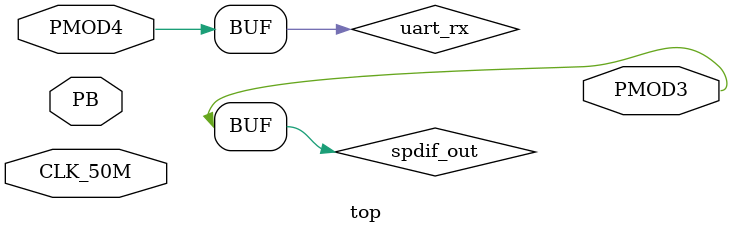
<source format=v>

module top (
    input            CLK_50M,
    input      [0:0] PB,      // UART rx
    input      [0:0] PMOD4,   // UART rx
    output     [0:0] PMOD3    // SPDIF out
);

    wire uart_rx;
    assign PMOD4[0] = uart_rx;

    wire spdif_out;
    assign PMOD3[0] = spdif_out;

    wire clk;
    wire reset_n = clk_valid & PB[0];

    clk_gen_100M clk_gen
    (
        .clk_in_50M(CLK_50M), 
        .clk_out_100M(clk), 
        .CLK_VALID(clk_valid)
    );



/*
    `include "globals.vh"

    parameter ADDR_WIDTH = 32;
    parameter DATA_WIDTH = 32;
    parameter CLK_PER    = 20;

    wire reset_n;
    wire reset = !reset_n;
    
    wire clk;

    // Wishbone Master signals
    wire [ADDR_WIDTH-1:0] ctrl_wbm_address;
    wire [DATA_WIDTH-1:0] ctrl_wbm_writedata;
    wire [DATA_WIDTH-1:0] ctrl_wbm_readdata;
    wire                  ctrl_wbm_strobe;
    wire                  ctrl_wbm_cycle;
    wire                  ctrl_wbm_write;
    wire                  ctrl_wbm_ack;

    wire [ADDR_WIDTH-1:0] ldrv_wbm_address;
    wire [DATA_WIDTH-1:0] ldrv_wbm_writedata;
    wire [DATA_WIDTH-1:0] ldrv_wbm_readdata;
    wire                  ldrv_wbm_strobe;
    wire                  ldrv_wbm_cycle;
    wire                  ldrv_wbm_write;
    wire                  ldrv_wbm_ack;

    wire [ADDR_WIDTH-1:0] bupd_wbm_address;
    wire [DATA_WIDTH-1:0] bupd_wbm_writedata;
    wire [DATA_WIDTH-1:0] bupd_wbm_readdata;
    wire                  bupd_wbm_strobe;
    wire                  bupd_wbm_cycle;
    wire                  bupd_wbm_write;
    wire                  bupd_wbm_ack;

    wire [ADDR_WIDTH-1:0] imgd_wbm_address;
    wire [DATA_WIDTH-1:0] imgd_wbm_writedata;
    wire [DATA_WIDTH-1:0] imgd_wbm_readdata;
    wire                  imgd_wbm_strobe;
    wire                  imgd_wbm_cycle;
    wire                  imgd_wbm_write;
    wire                  imgd_wbm_ack;

    wire [ADDR_WIDTH-1:0] imgr_wbm_address;
    wire [DATA_WIDTH-1:0] imgr_wbm_writedata;
    wire [DATA_WIDTH-1:0] imgr_wbm_readdata;
    wire                  imgr_wbm_strobe;
    wire                  imgr_wbm_cycle;
    wire                  imgr_wbm_write;
    wire                  imgr_wbm_ack;


    // Wishbone Slave signals
    wire [ADDR_WIDTH-1:0] spi_wbs_address;
    wire [DATA_WIDTH-1:0] spi_wbs_writedata;
    wire [DATA_WIDTH-1:0] spi_wbs_readdata;
    wire                  spi_wbs_strobe;
    wire                  spi_wbs_cycle;
    wire                  spi_wbs_write;
    wire                  spi_wbs_ack;

    wire [ADDR_WIDTH-1:0] bmgr_wbs_address;
    wire [DATA_WIDTH-1:0] bmgr_wbs_writedata;
    wire [DATA_WIDTH-1:0] bmgr_wbs_readdata;
    wire                  bmgr_wbs_strobe;
    wire                  bmgr_wbs_cycle;
    wire                  bmgr_wbs_write;
    wire                  bmgr_wbs_ack;

    wire [ADDR_WIDTH-1:0] mem_wbs_address;
    wire [DATA_WIDTH-1:0] mem_wbs_writedata;
    wire [DATA_WIDTH-1:0] mem_wbs_readdata;
    wire                  mem_wbs_strobe;
    wire                  mem_wbs_cycle;
    wire                  mem_wbs_write;
    wire                  mem_wbs_ack;

    // Spi signals
    wire                  spi_done;

    // Spi image receiver signals
    wire [DATA_WIDTH-1:0] img_buf_id;
    wire                  img_rcvd;

    // Image display signals
    wire                  display_image;
    wire [DATA_WIDTH-1:0] display_image_buf_id;
    wire                  display_image_done;

    // Bufer updater signals
    //wire [DATA_WIDTH-1:0] update_buf_id;
    //wire                  update_buf;
    //wire                  buf_updated;

    // Led driver signals
    wire [DATA_WIDTH-1:0] led_tx_buf_id;
    wire                  led_tx;
    wire                  led_tx_done;
    wire                  led_data_out;

    assign PMOD4 = led_data_out;

    wb_nic #(ADDR_WIDTH, DATA_WIDTH) wb_nic
    (
        .reset(reset),
        .clk(clk),

        .ctrl_wbm_address(ctrl_wbm_address),
        .ctrl_wbm_writedata(ctrl_wbm_writedata),
        .ctrl_wbm_readdata(ctrl_wbm_readdata),
        .ctrl_wbm_strobe(ctrl_wbm_strobe),
        .ctrl_wbm_cycle(ctrl_wbm_cycle),
        .ctrl_wbm_write(ctrl_wbm_write),
        .ctrl_wbm_ack(ctrl_wbm_ack),

        
        .ldrv_wbm_address(ldrv_wbm_address),
        .ldrv_wbm_writedata(ldrv_wbm_writedata),
        .ldrv_wbm_readdata(ldrv_wbm_readdata),
        .ldrv_wbm_strobe(ldrv_wbm_strobe),
        .ldrv_wbm_cycle(ldrv_wbm_cycle),
        .ldrv_wbm_write(ldrv_wbm_write),
        .ldrv_wbm_ack(ldrv_wbm_ack),

        .bupd_wbm_address(bupd_wbm_address),
        .bupd_wbm_writedata(bupd_wbm_writedata),
        .bupd_wbm_readdata(bupd_wbm_readdata),
        .bupd_wbm_strobe(bupd_wbm_strobe),
        .bupd_wbm_cycle(bupd_wbm_cycle),
        .bupd_wbm_write(bupd_wbm_write),
        .bupd_wbm_ack(bupd_wbm_ack),

        .imgd_wbm_address(imgd_wbm_address),
        .imgd_wbm_writedata(imgd_wbm_writedata),
        .imgd_wbm_readdata(imgd_wbm_readdata),
        .imgd_wbm_strobe(imgd_wbm_strobe),
        .imgd_wbm_cycle(imgd_wbm_cycle),
        .imgd_wbm_write(imgd_wbm_write),
        .imgd_wbm_ack(imgd_wbm_ack),

        .imgr_wbm_address(imgr_wbm_address),
        .imgr_wbm_writedata(imgr_wbm_writedata),
        .imgr_wbm_readdata(imgr_wbm_readdata),
        .imgr_wbm_strobe(imgr_wbm_strobe),
        .imgr_wbm_cycle(imgr_wbm_cycle),
        .imgr_wbm_write(imgr_wbm_write),
        .imgr_wbm_ack(imgr_wbm_ack),

        
        .spi_wbs_address(spi_wbs_address),
        .spi_wbs_writedata(spi_wbs_writedata),
        .spi_wbs_readdata(spi_wbs_readdata),
        .spi_wbs_strobe(spi_wbs_strobe),
        .spi_wbs_cycle(spi_wbs_cycle),
        .spi_wbs_write(spi_wbs_write),
        .spi_wbs_ack(spi_wbs_ack),
        
        .bmgr_wbs_address(bmgr_wbs_address),
        .bmgr_wbs_writedata(bmgr_wbs_writedata),
        .bmgr_wbs_readdata(bmgr_wbs_readdata),
        .bmgr_wbs_strobe(bmgr_wbs_strobe),
        .bmgr_wbs_cycle(bmgr_wbs_cycle),
        .bmgr_wbs_write(bmgr_wbs_write),
        .bmgr_wbs_ack(bmgr_wbs_ack),

        .mem_wbs_address(mem_wbs_address),
        .mem_wbs_writedata(mem_wbs_writedata),
        .mem_wbs_readdata(mem_wbs_readdata),
        .mem_wbs_strobe(mem_wbs_strobe),
        .mem_wbs_cycle(mem_wbs_cycle),
        .mem_wbs_write(mem_wbs_write),
        .mem_wbs_ack(mem_wbs_ack)
    );


    // dut
    wb_spi #(ADDR_WIDTH, DATA_WIDTH) wb_spi
    (
        .reset(reset),
        .clk(clk),

        // Wishbone signals
        .wbs_address(spi_wbs_address),
        .wbs_writedata(spi_wbs_writedata),
        .wbs_readdata(spi_wbs_readdata),
        .wbs_strobe(spi_wbs_strobe),
        .wbs_cycle(spi_wbs_cycle),
        .wbs_write(spi_wbs_write),
        .wbs_ack(spi_wbs_ack),

        // Spi signals
        .mosi(SYS_SPI_MOSI),
        .ss(RP_SPI_CE0N), 
        .sclk(SYS_SPI_SCK),
        .miso(SYS_SPI_MISO),

        // Done signal
        .spi_done(spi_done)
    );


    spi_image_rcvr #(ADDR_WIDTH, DATA_WIDTH) spi_image_rcvr
    (
        .reset(reset),
        .clk(clk),

        .wbm_address(imgr_wbm_address),
        .wbm_writedata(imgr_wbm_writedata),
        .wbm_readdata(imgr_wbm_readdata),
        .wbm_strobe(imgr_wbm_strobe),
        .wbm_cycle(imgr_wbm_cycle),
        .wbm_write(imgr_wbm_write),
        .wbm_ack(imgr_wbm_ack),

        .spi_done(spi_done),

        // Signals from contorll logic
        .img_buf_id(img_buf_id),
        .img_rcvd(img_rcvd)
    );



    buf_manager #(ADDR_WIDTH, DATA_WIDTH, `NBUFS) buf_manager
    (
        .reset(reset),
        .clk(clk),

        // Wishbone signals
        .wbs_address(bmgr_wbs_address),
        .wbs_writedata(bmgr_wbs_writedata),
        .wbs_readdata(bmgr_wbs_readdata),
        .wbs_strobe(bmgr_wbs_strobe),
        .wbs_cycle(bmgr_wbs_cycle),
        .wbs_write(bmgr_wbs_write),
        .wbs_ack(bmgr_wbs_ack)
    );

    buf_updater_squares #(ADDR_WIDTH, DATA_WIDTH) buf_updater_squares
    (
        .reset(reset),
        .clk(clk),

        // Wishbone master signals
        .wbm_address(bupd_wbm_address),
        .wbm_writedata(bupd_wbm_writedata),
        .wbm_readdata(bupd_wbm_readdata),
        .wbm_strobe(bupd_wbm_strobe),
        .wbm_cycle(bupd_wbm_cycle),
        .wbm_write(bupd_wbm_write),
        .wbm_ack(bupd_wbm_ack),

        // control signals
        .buf_id(update_buf_id),
        .update_buf(update_buf),
        .buf_updated(buf_updated)
    );

    ctrl_logic #(ADDR_WIDTH, DATA_WIDTH) ctrl_logic
    (
        .reset(reset),
        .clk(clk),

        .wbm_address(ctrl_wbm_address),
        .wbm_writedata(ctrl_wbm_writedata),
        .wbm_readdata(ctrl_wbm_readdata),
        .wbm_strobe(ctrl_wbm_strobe),
        .wbm_cycle(ctrl_wbm_cycle),
        .wbm_write(ctrl_wbm_write),
        .wbm_ack(ctrl_wbm_ack),
        
        .update_buf_id(update_buf_id),
        .update_buf(update_buf),
        .buf_updated(buf_updated),

        .display_image(display_image),
        .image_buf_id(image_buf_id),
        .display_image_done(display_image_done)
    );

    ctrl_logic_img #(ADDR_WIDTH, DATA_WIDTH) ctrl_logic_img
    (
        .reset(reset),
        .clk(clk),

        .wbm_address(ctrl_wbm_address),
        .wbm_writedata(ctrl_wbm_writedata),
        .wbm_readdata(ctrl_wbm_readdata),
        .wbm_strobe(ctrl_wbm_strobe),
        .wbm_cycle(ctrl_wbm_cycle),
        .wbm_write(ctrl_wbm_write),
        .wbm_ack(ctrl_wbm_ack),
        
        .img_buf_id(img_buf_id),
        .img_rcvd(img_rcvd),

        .display_image(display_image),
        .display_image_buf_id(display_image_buf_id),
        .display_image_done(display_image_done)
    );


    mem #(ADDR_WIDTH, DATA_WIDTH) mem
    (
        .reset(reset),
        .clk(clk),

        // Wishbone signals
        .wbs_address(mem_wbs_address),
        .wbs_writedata(mem_wbs_writedata),
        .wbs_readdata(mem_wbs_readdata),
        .wbs_strobe(mem_wbs_strobe),
        .wbs_cycle(mem_wbs_cycle),
        .wbs_write(mem_wbs_write),
        .wbs_ack(mem_wbs_ack)
    );


    image_display #(ADDR_WIDTH, DATA_WIDTH) image_display
    (
        .reset(reset),
        .clk(clk),

        .wbm_address(imgd_wbm_address),
        .wbm_writedata(imgd_wbm_writedata),
        .wbm_readdata(imgd_wbm_readdata),
        .wbm_strobe(imgd_wbm_strobe),
        .wbm_cycle(imgd_wbm_cycle),
        .wbm_write(imgd_wbm_write),
        .wbm_ack(imgd_wbm_ack),

        .display_image(display_image),
        .display_image_buf_id(display_image_buf_id),
        .display_image_done(display_image_done),

        .led_tx_buf_id(led_tx_buf_id),
        .led_tx(led_tx),
        .led_tx_done(led_tx_done)
    );

    led_driver #(ADDR_WIDTH, DATA_WIDTH, CLK_PER) led_driver
    (
        .reset(reset),
        .clk(clk),

        // Wishbone master signals
        .wbm_address(ldrv_wbm_address),
        .wbm_writedata(ldrv_wbm_writedata),
        .wbm_readdata(ldrv_wbm_readdata),
        .wbm_strobe(ldrv_wbm_strobe),
        .wbm_cycle(ldrv_wbm_cycle),
        .wbm_write(ldrv_wbm_write),
        .wbm_ack(ldrv_wbm_ack),

        // ctrl
        .ctrl_update(led_tx),
        .ctrl_buf_id(led_tx_buf_id),
        .ctrl_update_done(led_tx_done),

        .led_data_out(led_data_out)
    );
*/

endmodule

</source>
